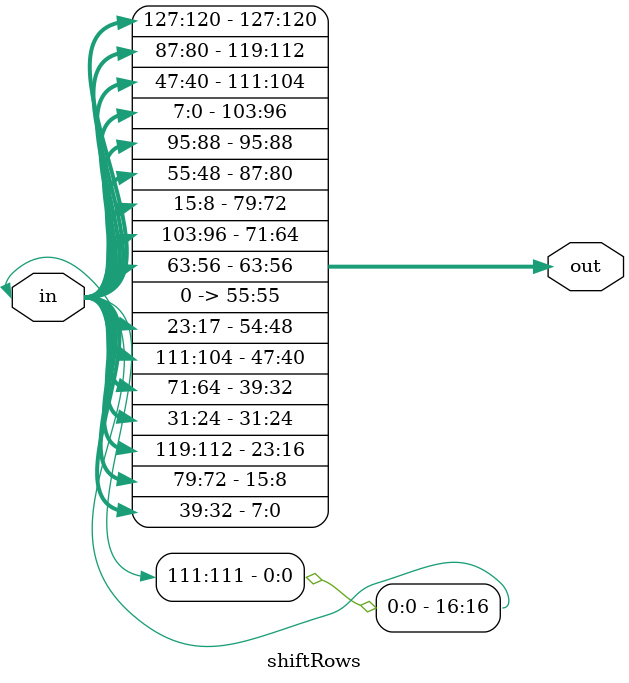
<source format=v>
module shiftRows(in, out);

input[127:0] in;
output[127:0] out;

    // First row is not shifted.
    assign out[127:120] = in[127:120];
    assign out[95:88] = in[95:88];
    assign out[63:56] = in[63:56];
    assign out[31:24] = in[31:24];

    // Second row is cyclically left shifted by 1 offset.
    assign out[119:112] = in[87:80];
    assign out[87:80] = in[55:48];
    assign out[55:47] = in[23:16];
    assign out[23:16] = in[119:112];

    // Third row is cyclically left shifted by 2 offset.
    assign out[111:104] = in[47:40];
    assign out[79:72] = in[15:8];
    assign out[47:40] = in[111:104];
    assign out[15:8] = in[79:72];

    // Second row is cyclically left shifted by 3 offset.
    assign out[103:96] = in[7:0];
    assign out[71:64] = in[103:96];
    assign out[39:32] = in[71:64];
    assign out[7:0] = in[39:32];

endmodule
</source>
